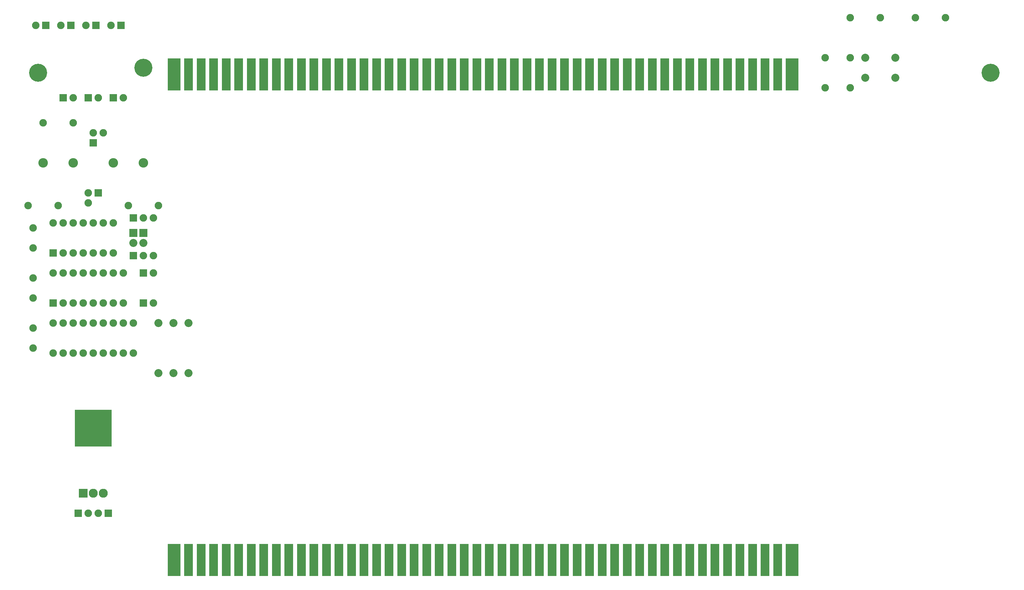
<source format=gts>
G04 (created by PCBNEW (2013-07-07 BZR 4022)-stable) date 13/10/2017 14:23:44*
%MOIN*%
G04 Gerber Fmt 3.4, Leading zero omitted, Abs format*
%FSLAX34Y34*%
G01*
G70*
G90*
G04 APERTURE LIST*
%ADD10C,0.00590551*%
%ADD11C,0.08*%
%ADD12C,0.09*%
%ADD13R,0.09X0.09*%
%ADD14R,0.37X0.37*%
%ADD15R,0.075X0.075*%
%ADD16C,0.075*%
%ADD17C,0.18*%
%ADD18R,0.13X0.32*%
%ADD19R,0.09X0.32*%
%ADD20R,0.08X0.08*%
%ADD21C,0.095*%
G04 APERTURE END LIST*
G54D10*
G54D11*
X90000Y-21000D03*
X90000Y-19000D03*
X93000Y-21000D03*
X93000Y-19000D03*
G54D12*
X14000Y-62500D03*
G54D13*
X12000Y-62500D03*
G54D12*
X13000Y-62500D03*
G54D14*
X13000Y-56000D03*
G54D15*
X11500Y-64500D03*
G54D16*
X12500Y-64500D03*
G54D15*
X14500Y-64500D03*
G54D16*
X13500Y-64500D03*
G54D17*
X7500Y-20500D03*
X102500Y-20500D03*
G54D18*
X21050Y-69150D03*
G54D19*
X22500Y-69150D03*
X23750Y-69150D03*
X25000Y-69150D03*
X26250Y-69150D03*
X27500Y-69150D03*
X28750Y-69150D03*
X30000Y-69150D03*
X31250Y-69150D03*
X32500Y-69150D03*
X33750Y-69150D03*
X35000Y-69150D03*
X36250Y-69150D03*
X37500Y-69150D03*
X38750Y-69150D03*
X40000Y-69150D03*
X41250Y-69150D03*
X42500Y-69150D03*
X43750Y-69150D03*
X45000Y-69150D03*
X46250Y-69150D03*
X47500Y-69150D03*
X48750Y-69150D03*
X50000Y-69150D03*
X51250Y-69150D03*
X52500Y-69150D03*
X53750Y-69150D03*
X55000Y-69150D03*
X56250Y-69150D03*
X57500Y-69150D03*
X58750Y-69150D03*
X60000Y-69150D03*
X61250Y-69150D03*
X62500Y-69150D03*
X63750Y-69150D03*
X65000Y-69150D03*
X66250Y-69150D03*
X67500Y-69150D03*
X68750Y-69150D03*
X70000Y-69150D03*
X71250Y-69150D03*
X72500Y-69150D03*
X73750Y-69150D03*
X75000Y-69150D03*
X76250Y-69150D03*
X77500Y-69150D03*
X78750Y-69150D03*
X80000Y-69150D03*
X81250Y-69150D03*
G54D18*
X82700Y-69150D03*
G54D16*
X7000Y-36000D03*
X7000Y-38000D03*
X7000Y-46000D03*
X7000Y-48000D03*
X7000Y-41000D03*
X7000Y-43000D03*
G54D18*
X21050Y-20650D03*
G54D19*
X22500Y-20650D03*
X23750Y-20650D03*
X25000Y-20650D03*
X26250Y-20650D03*
X27500Y-20650D03*
X28750Y-20650D03*
X30000Y-20650D03*
X31250Y-20650D03*
X32500Y-20650D03*
X33750Y-20650D03*
X35000Y-20650D03*
X36250Y-20650D03*
X37500Y-20650D03*
X38750Y-20650D03*
X40000Y-20650D03*
X41250Y-20650D03*
X42500Y-20650D03*
X43750Y-20650D03*
X45000Y-20650D03*
X46250Y-20650D03*
X47500Y-20650D03*
X48750Y-20650D03*
X50000Y-20650D03*
X51250Y-20650D03*
X52500Y-20650D03*
X53750Y-20650D03*
X55000Y-20650D03*
X56250Y-20650D03*
X57500Y-20650D03*
X58750Y-20650D03*
X60000Y-20650D03*
X61250Y-20650D03*
X62500Y-20650D03*
X63750Y-20650D03*
X65000Y-20650D03*
X66250Y-20650D03*
X67500Y-20650D03*
X68750Y-20650D03*
X70000Y-20650D03*
X71250Y-20650D03*
X72500Y-20650D03*
X73750Y-20650D03*
X75000Y-20650D03*
X76250Y-20650D03*
X77500Y-20650D03*
X78750Y-20650D03*
X80000Y-20650D03*
X81250Y-20650D03*
G54D18*
X82700Y-20650D03*
G54D15*
X9000Y-38500D03*
G54D16*
X10000Y-38500D03*
X11000Y-38500D03*
X12000Y-38500D03*
X13000Y-38500D03*
X14000Y-38500D03*
X15000Y-38500D03*
X15000Y-35500D03*
X14000Y-35500D03*
X13000Y-35500D03*
X12000Y-35500D03*
X11000Y-35500D03*
X10000Y-35500D03*
X9000Y-35500D03*
G54D15*
X9000Y-43500D03*
G54D16*
X10000Y-43500D03*
X11000Y-43500D03*
X12000Y-43500D03*
X13000Y-43500D03*
X14000Y-43500D03*
X15000Y-43500D03*
X16000Y-43500D03*
X16000Y-40500D03*
X15000Y-40500D03*
X14000Y-40500D03*
X13000Y-40500D03*
X12000Y-40500D03*
X11000Y-40500D03*
X10000Y-40500D03*
X9000Y-40500D03*
G54D17*
X18000Y-20000D03*
G54D15*
X18000Y-43500D03*
G54D16*
X19000Y-43500D03*
G54D15*
X18000Y-40500D03*
G54D16*
X19000Y-40500D03*
G54D15*
X8250Y-15750D03*
G54D16*
X7250Y-15750D03*
G54D15*
X10000Y-23000D03*
G54D16*
X11000Y-23000D03*
G54D15*
X12500Y-23000D03*
G54D16*
X13500Y-23000D03*
G54D15*
X15000Y-23000D03*
G54D16*
X16000Y-23000D03*
G54D15*
X10750Y-15750D03*
G54D16*
X9750Y-15750D03*
G54D15*
X15750Y-15750D03*
G54D16*
X14750Y-15750D03*
G54D15*
X13250Y-15750D03*
G54D16*
X12250Y-15750D03*
G54D20*
X18000Y-36500D03*
G54D11*
X18000Y-37500D03*
G54D20*
X17000Y-36500D03*
G54D11*
X17000Y-37500D03*
G54D16*
X15000Y-48500D03*
X15000Y-45500D03*
X13000Y-48500D03*
X13000Y-45500D03*
X14000Y-45500D03*
X14000Y-48500D03*
X12000Y-48500D03*
X12000Y-45500D03*
X11000Y-48500D03*
X11000Y-45500D03*
X10000Y-48500D03*
X10000Y-45500D03*
X9000Y-48500D03*
X9000Y-45500D03*
G54D21*
X11000Y-29500D03*
X8000Y-29500D03*
X18000Y-29500D03*
X15000Y-29500D03*
G54D16*
X88500Y-22000D03*
X88500Y-19000D03*
G54D11*
X21000Y-45500D03*
X21000Y-50500D03*
X19500Y-45500D03*
X19500Y-50500D03*
X22500Y-50500D03*
X22500Y-45500D03*
G54D16*
X86000Y-22000D03*
X86000Y-19000D03*
X91500Y-15000D03*
X88500Y-15000D03*
X95000Y-15000D03*
X98000Y-15000D03*
X17000Y-45500D03*
X17000Y-48500D03*
X16000Y-45500D03*
X16000Y-48500D03*
X11000Y-25500D03*
X8000Y-25500D03*
G54D15*
X13500Y-32500D03*
G54D16*
X12500Y-32500D03*
X12500Y-33500D03*
X6500Y-33750D03*
X9500Y-33750D03*
X16500Y-33750D03*
X19500Y-33750D03*
G54D15*
X17000Y-35000D03*
G54D16*
X18000Y-35000D03*
X19000Y-35000D03*
G54D15*
X17000Y-38750D03*
G54D16*
X18000Y-38750D03*
X19000Y-38750D03*
G54D15*
X13000Y-27500D03*
G54D16*
X13000Y-26500D03*
X14000Y-26500D03*
M02*

</source>
